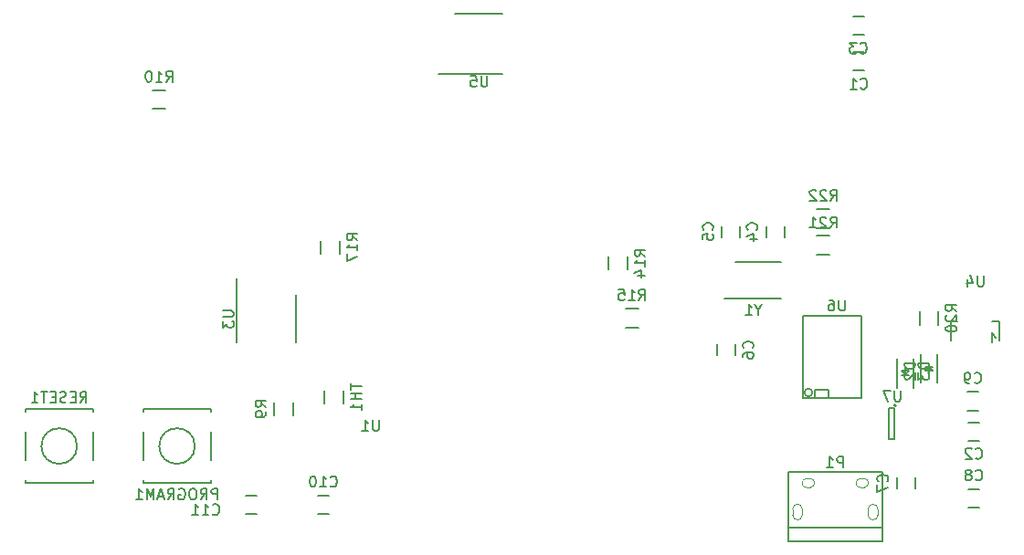
<source format=gbo>
G04 #@! TF.FileFunction,Legend,Bot*
%FSLAX46Y46*%
G04 Gerber Fmt 4.6, Leading zero omitted, Abs format (unit mm)*
G04 Created by KiCad (PCBNEW 4.0.2+e4-6225~38~ubuntu15.10.1-stable) date Thu 13 Oct 2016 11:17:32 SAST*
%MOMM*%
G01*
G04 APERTURE LIST*
%ADD10C,0.100000*%
%ADD11C,0.150000*%
G04 APERTURE END LIST*
D10*
D11*
X139800000Y-115900000D02*
X139800000Y-118600000D01*
X138300000Y-115900000D02*
X138300000Y-118600000D01*
X139200000Y-117400000D02*
X138950000Y-117400000D01*
X138950000Y-117400000D02*
X139100000Y-117250000D01*
X138700000Y-117150000D02*
X139400000Y-117150000D01*
X139050000Y-117500000D02*
X139050000Y-117850000D01*
X139050000Y-117150000D02*
X138700000Y-117500000D01*
X138700000Y-117500000D02*
X139400000Y-117500000D01*
X139400000Y-117500000D02*
X139050000Y-117150000D01*
X133037200Y-89648400D02*
X132037200Y-89648400D01*
X132037200Y-87948400D02*
X133037200Y-87948400D01*
X143700000Y-123950000D02*
X142700000Y-123950000D01*
X142700000Y-122250000D02*
X143700000Y-122250000D01*
X132986400Y-86346400D02*
X131986400Y-86346400D01*
X131986400Y-84646400D02*
X132986400Y-84646400D01*
X134700900Y-133267460D02*
X126000900Y-133267460D01*
X134700900Y-126862460D02*
X126000900Y-126862460D01*
X126000900Y-126862460D02*
X126000900Y-133267460D01*
X126000900Y-132037460D02*
X134700900Y-132037460D01*
X134700900Y-133267460D02*
X134700900Y-126862460D01*
X80123000Y-121605600D02*
X80123000Y-120405600D01*
X78373000Y-120405600D02*
X78373000Y-121605600D01*
X67091000Y-93204000D02*
X68291000Y-93204000D01*
X68291000Y-91454000D02*
X67091000Y-91454000D01*
X109310200Y-106892800D02*
X109310200Y-108092800D01*
X111060200Y-108092800D02*
X111060200Y-106892800D01*
X110906000Y-113447800D02*
X112106000Y-113447800D01*
X112106000Y-111697800D02*
X110906000Y-111697800D01*
X82640200Y-105419600D02*
X82640200Y-106619600D01*
X84390200Y-106619600D02*
X84390200Y-105419600D01*
X82995800Y-119338800D02*
X82995800Y-120538800D01*
X84745800Y-120538800D02*
X84745800Y-119338800D01*
X145199920Y-114400660D02*
X144951000Y-114100940D01*
X144951000Y-114100940D02*
X144849400Y-113951080D01*
X144849400Y-113951080D02*
X144849400Y-114799440D01*
X145550440Y-112899520D02*
X145550440Y-114700380D01*
X145550440Y-112899520D02*
X144900200Y-112899520D01*
X141049560Y-112899520D02*
X141049560Y-114700380D01*
X141049560Y-112899520D02*
X141699800Y-112899520D01*
X80398200Y-110474400D02*
X80398200Y-114874400D01*
X74873200Y-108899400D02*
X74873200Y-114874400D01*
X95132800Y-84397000D02*
X99532800Y-84397000D01*
X93557800Y-89922000D02*
X99532800Y-89922000D01*
X66192000Y-127660000D02*
X66192000Y-127910000D01*
X66192000Y-127910000D02*
X72492000Y-127910000D01*
X72492000Y-127910000D02*
X72492000Y-127660000D01*
X66192000Y-123160000D02*
X66192000Y-125760000D01*
X72492000Y-121260000D02*
X72492000Y-121010000D01*
X72492000Y-121010000D02*
X66192000Y-121010000D01*
X66192000Y-121010000D02*
X66192000Y-121260000D01*
X72492000Y-125760000D02*
X72492000Y-123160000D01*
X70992000Y-124460000D02*
G75*
G03X70992000Y-124460000I-1650000J0D01*
G01*
X61570000Y-121260000D02*
X61570000Y-121010000D01*
X61570000Y-121010000D02*
X55270000Y-121010000D01*
X55270000Y-121010000D02*
X55270000Y-121260000D01*
X61570000Y-125760000D02*
X61570000Y-123160000D01*
X55270000Y-127660000D02*
X55270000Y-127910000D01*
X55270000Y-127910000D02*
X61570000Y-127910000D01*
X61570000Y-127910000D02*
X61570000Y-127660000D01*
X55270000Y-123160000D02*
X55270000Y-125760000D01*
X60070000Y-124460000D02*
G75*
G03X60070000Y-124460000I-1650000J0D01*
G01*
X119850800Y-105071800D02*
X119850800Y-104071800D01*
X121550800Y-104071800D02*
X121550800Y-105071800D01*
X121068200Y-115044600D02*
X121068200Y-116044600D01*
X119368200Y-116044600D02*
X119368200Y-115044600D01*
X136050000Y-128400000D02*
X136050000Y-127400000D01*
X137750000Y-127400000D02*
X137750000Y-128400000D01*
X132816600Y-112395000D02*
X132816600Y-120015000D01*
X127355600Y-120015000D02*
X127355600Y-112395000D01*
X132816600Y-112395000D02*
X127355600Y-112395000D01*
X127355600Y-120015000D02*
X132816600Y-120015000D01*
X128222810Y-119507000D02*
G75*
G03X128222810Y-119507000I-359210J0D01*
G01*
X129768600Y-120015000D02*
X129768600Y-119253000D01*
X129768600Y-119253000D02*
X128498600Y-119253000D01*
X128498600Y-119253000D02*
X128498600Y-120015000D01*
X125358200Y-107367600D02*
X121058200Y-107367600D01*
X120108200Y-110767600D02*
X125358200Y-110767600D01*
X123940200Y-105071800D02*
X123940200Y-104071800D01*
X125640200Y-104071800D02*
X125640200Y-105071800D01*
X142700000Y-128450000D02*
X143700000Y-128450000D01*
X143700000Y-130150000D02*
X142700000Y-130150000D01*
X142600000Y-119450000D02*
X143600000Y-119450000D01*
X143600000Y-121150000D02*
X142600000Y-121150000D01*
X138175000Y-112000000D02*
X138175000Y-113200000D01*
X139925000Y-113200000D02*
X139925000Y-112000000D01*
X128650000Y-106725000D02*
X129850000Y-106725000D01*
X129850000Y-104975000D02*
X128650000Y-104975000D01*
X136000000Y-120700000D02*
G75*
G03X136000000Y-120700000I-100000J0D01*
G01*
X135350000Y-120950000D02*
X135850000Y-120950000D01*
X135350000Y-123850000D02*
X135350000Y-120950000D01*
X135850000Y-123850000D02*
X135350000Y-123850000D01*
X135850000Y-120950000D02*
X135850000Y-123850000D01*
X82400000Y-129050000D02*
X83400000Y-129050000D01*
X83400000Y-130750000D02*
X82400000Y-130750000D01*
X76700000Y-130750000D02*
X75700000Y-130750000D01*
X75700000Y-129050000D02*
X76700000Y-129050000D01*
X136100000Y-119100000D02*
X136100000Y-116400000D01*
X137600000Y-119100000D02*
X137600000Y-116400000D01*
X136700000Y-117600000D02*
X136950000Y-117600000D01*
X136950000Y-117600000D02*
X136800000Y-117750000D01*
X137200000Y-117850000D02*
X136500000Y-117850000D01*
X136850000Y-117500000D02*
X136850000Y-117150000D01*
X136850000Y-117850000D02*
X137200000Y-117500000D01*
X137200000Y-117500000D02*
X136500000Y-117500000D01*
X136500000Y-117500000D02*
X136850000Y-117850000D01*
X128650000Y-104225000D02*
X129850000Y-104225000D01*
X129850000Y-102475000D02*
X128650000Y-102475000D01*
D10*
X132700900Y-128312460D02*
X133000900Y-128312460D01*
X132700900Y-127462460D02*
X133000900Y-127462460D01*
X133000900Y-128312460D02*
G75*
G03X133000900Y-127462460I0J425000D01*
G01*
X132700900Y-127462460D02*
G75*
G03X132700900Y-128312460I0J-425000D01*
G01*
X127700900Y-128312460D02*
X128000900Y-128312460D01*
X127700900Y-127462460D02*
X128000900Y-127462460D01*
X128000900Y-128312460D02*
G75*
G03X128000900Y-127462460I0J425000D01*
G01*
X127700900Y-127462460D02*
G75*
G03X127700900Y-128312460I0J-425000D01*
G01*
X134300900Y-130862460D02*
X134300900Y-130312460D01*
X133400900Y-130862460D02*
X133400900Y-130312460D01*
X134300900Y-130312460D02*
G75*
G03X133400900Y-130312460I-450000J0D01*
G01*
X133400900Y-130862460D02*
G75*
G03X134300900Y-130862460I450000J0D01*
G01*
X127300900Y-130862460D02*
X127300900Y-130312460D01*
X126400900Y-130862460D02*
X126400900Y-130312460D01*
X127300900Y-130312460D02*
G75*
G03X126400900Y-130312460I-450000J0D01*
G01*
X126400900Y-130862460D02*
G75*
G03X127300900Y-130862460I450000J0D01*
G01*
D11*
X137752381Y-116761905D02*
X136752381Y-116761905D01*
X136752381Y-117000000D01*
X136800000Y-117142858D01*
X136895238Y-117238096D01*
X136990476Y-117285715D01*
X137180952Y-117333334D01*
X137323810Y-117333334D01*
X137514286Y-117285715D01*
X137609524Y-117238096D01*
X137704762Y-117142858D01*
X137752381Y-117000000D01*
X137752381Y-116761905D01*
X136847619Y-117714286D02*
X136800000Y-117761905D01*
X136752381Y-117857143D01*
X136752381Y-118095239D01*
X136800000Y-118190477D01*
X136847619Y-118238096D01*
X136942857Y-118285715D01*
X137038095Y-118285715D01*
X137180952Y-118238096D01*
X137752381Y-117666667D01*
X137752381Y-118285715D01*
X132703866Y-91255543D02*
X132751485Y-91303162D01*
X132894342Y-91350781D01*
X132989580Y-91350781D01*
X133132438Y-91303162D01*
X133227676Y-91207924D01*
X133275295Y-91112686D01*
X133322914Y-90922210D01*
X133322914Y-90779352D01*
X133275295Y-90588876D01*
X133227676Y-90493638D01*
X133132438Y-90398400D01*
X132989580Y-90350781D01*
X132894342Y-90350781D01*
X132751485Y-90398400D01*
X132703866Y-90446019D01*
X131751485Y-91350781D02*
X132322914Y-91350781D01*
X132037200Y-91350781D02*
X132037200Y-90350781D01*
X132132438Y-90493638D01*
X132227676Y-90588876D01*
X132322914Y-90636495D01*
X143366666Y-125557143D02*
X143414285Y-125604762D01*
X143557142Y-125652381D01*
X143652380Y-125652381D01*
X143795238Y-125604762D01*
X143890476Y-125509524D01*
X143938095Y-125414286D01*
X143985714Y-125223810D01*
X143985714Y-125080952D01*
X143938095Y-124890476D01*
X143890476Y-124795238D01*
X143795238Y-124700000D01*
X143652380Y-124652381D01*
X143557142Y-124652381D01*
X143414285Y-124700000D01*
X143366666Y-124747619D01*
X142985714Y-124747619D02*
X142938095Y-124700000D01*
X142842857Y-124652381D01*
X142604761Y-124652381D01*
X142509523Y-124700000D01*
X142461904Y-124747619D01*
X142414285Y-124842857D01*
X142414285Y-124938095D01*
X142461904Y-125080952D01*
X143033333Y-125652381D01*
X142414285Y-125652381D01*
X132653066Y-87953543D02*
X132700685Y-88001162D01*
X132843542Y-88048781D01*
X132938780Y-88048781D01*
X133081638Y-88001162D01*
X133176876Y-87905924D01*
X133224495Y-87810686D01*
X133272114Y-87620210D01*
X133272114Y-87477352D01*
X133224495Y-87286876D01*
X133176876Y-87191638D01*
X133081638Y-87096400D01*
X132938780Y-87048781D01*
X132843542Y-87048781D01*
X132700685Y-87096400D01*
X132653066Y-87144019D01*
X132319733Y-87048781D02*
X131700685Y-87048781D01*
X132034019Y-87429733D01*
X131891161Y-87429733D01*
X131795923Y-87477352D01*
X131748304Y-87524971D01*
X131700685Y-87620210D01*
X131700685Y-87858305D01*
X131748304Y-87953543D01*
X131795923Y-88001162D01*
X131891161Y-88048781D01*
X132176876Y-88048781D01*
X132272114Y-88001162D01*
X132319733Y-87953543D01*
X131088095Y-126452381D02*
X131088095Y-125452381D01*
X130707142Y-125452381D01*
X130611904Y-125500000D01*
X130564285Y-125547619D01*
X130516666Y-125642857D01*
X130516666Y-125785714D01*
X130564285Y-125880952D01*
X130611904Y-125928571D01*
X130707142Y-125976190D01*
X131088095Y-125976190D01*
X129564285Y-126452381D02*
X130135714Y-126452381D01*
X129850000Y-126452381D02*
X129850000Y-125452381D01*
X129945238Y-125595238D01*
X130040476Y-125690476D01*
X130135714Y-125738095D01*
X77600381Y-120838934D02*
X77124190Y-120505600D01*
X77600381Y-120267505D02*
X76600381Y-120267505D01*
X76600381Y-120648458D01*
X76648000Y-120743696D01*
X76695619Y-120791315D01*
X76790857Y-120838934D01*
X76933714Y-120838934D01*
X77028952Y-120791315D01*
X77076571Y-120743696D01*
X77124190Y-120648458D01*
X77124190Y-120267505D01*
X77600381Y-121315124D02*
X77600381Y-121505600D01*
X77552762Y-121600839D01*
X77505143Y-121648458D01*
X77362286Y-121743696D01*
X77171810Y-121791315D01*
X76790857Y-121791315D01*
X76695619Y-121743696D01*
X76648000Y-121696077D01*
X76600381Y-121600839D01*
X76600381Y-121410362D01*
X76648000Y-121315124D01*
X76695619Y-121267505D01*
X76790857Y-121219886D01*
X77028952Y-121219886D01*
X77124190Y-121267505D01*
X77171810Y-121315124D01*
X77219429Y-121410362D01*
X77219429Y-121600839D01*
X77171810Y-121696077D01*
X77124190Y-121743696D01*
X77028952Y-121791315D01*
X68333857Y-90681381D02*
X68667191Y-90205190D01*
X68905286Y-90681381D02*
X68905286Y-89681381D01*
X68524333Y-89681381D01*
X68429095Y-89729000D01*
X68381476Y-89776619D01*
X68333857Y-89871857D01*
X68333857Y-90014714D01*
X68381476Y-90109952D01*
X68429095Y-90157571D01*
X68524333Y-90205190D01*
X68905286Y-90205190D01*
X67381476Y-90681381D02*
X67952905Y-90681381D01*
X67667191Y-90681381D02*
X67667191Y-89681381D01*
X67762429Y-89824238D01*
X67857667Y-89919476D01*
X67952905Y-89967095D01*
X66762429Y-89681381D02*
X66667190Y-89681381D01*
X66571952Y-89729000D01*
X66524333Y-89776619D01*
X66476714Y-89871857D01*
X66429095Y-90062333D01*
X66429095Y-90300429D01*
X66476714Y-90490905D01*
X66524333Y-90586143D01*
X66571952Y-90633762D01*
X66667190Y-90681381D01*
X66762429Y-90681381D01*
X66857667Y-90633762D01*
X66905286Y-90586143D01*
X66952905Y-90490905D01*
X67000524Y-90300429D01*
X67000524Y-90062333D01*
X66952905Y-89871857D01*
X66905286Y-89776619D01*
X66857667Y-89729000D01*
X66762429Y-89681381D01*
X112737581Y-106849943D02*
X112261390Y-106516609D01*
X112737581Y-106278514D02*
X111737581Y-106278514D01*
X111737581Y-106659467D01*
X111785200Y-106754705D01*
X111832819Y-106802324D01*
X111928057Y-106849943D01*
X112070914Y-106849943D01*
X112166152Y-106802324D01*
X112213771Y-106754705D01*
X112261390Y-106659467D01*
X112261390Y-106278514D01*
X112737581Y-107802324D02*
X112737581Y-107230895D01*
X112737581Y-107516609D02*
X111737581Y-107516609D01*
X111880438Y-107421371D01*
X111975676Y-107326133D01*
X112023295Y-107230895D01*
X112070914Y-108659467D02*
X112737581Y-108659467D01*
X111689962Y-108421371D02*
X112404248Y-108183276D01*
X112404248Y-108802324D01*
X112148857Y-110925181D02*
X112482191Y-110448990D01*
X112720286Y-110925181D02*
X112720286Y-109925181D01*
X112339333Y-109925181D01*
X112244095Y-109972800D01*
X112196476Y-110020419D01*
X112148857Y-110115657D01*
X112148857Y-110258514D01*
X112196476Y-110353752D01*
X112244095Y-110401371D01*
X112339333Y-110448990D01*
X112720286Y-110448990D01*
X111196476Y-110925181D02*
X111767905Y-110925181D01*
X111482191Y-110925181D02*
X111482191Y-109925181D01*
X111577429Y-110068038D01*
X111672667Y-110163276D01*
X111767905Y-110210895D01*
X110291714Y-109925181D02*
X110767905Y-109925181D01*
X110815524Y-110401371D01*
X110767905Y-110353752D01*
X110672667Y-110306133D01*
X110434571Y-110306133D01*
X110339333Y-110353752D01*
X110291714Y-110401371D01*
X110244095Y-110496610D01*
X110244095Y-110734705D01*
X110291714Y-110829943D01*
X110339333Y-110877562D01*
X110434571Y-110925181D01*
X110672667Y-110925181D01*
X110767905Y-110877562D01*
X110815524Y-110829943D01*
X86067581Y-105376743D02*
X85591390Y-105043409D01*
X86067581Y-104805314D02*
X85067581Y-104805314D01*
X85067581Y-105186267D01*
X85115200Y-105281505D01*
X85162819Y-105329124D01*
X85258057Y-105376743D01*
X85400914Y-105376743D01*
X85496152Y-105329124D01*
X85543771Y-105281505D01*
X85591390Y-105186267D01*
X85591390Y-104805314D01*
X86067581Y-106329124D02*
X86067581Y-105757695D01*
X86067581Y-106043409D02*
X85067581Y-106043409D01*
X85210438Y-105948171D01*
X85305676Y-105852933D01*
X85353295Y-105757695D01*
X85067581Y-106662457D02*
X85067581Y-107329124D01*
X86067581Y-106900552D01*
X85423181Y-118653086D02*
X85423181Y-119224515D01*
X86423181Y-118938800D02*
X85423181Y-118938800D01*
X86423181Y-119557848D02*
X85423181Y-119557848D01*
X85899371Y-119557848D02*
X85899371Y-120129277D01*
X86423181Y-120129277D02*
X85423181Y-120129277D01*
X86423181Y-121129277D02*
X86423181Y-120557848D01*
X86423181Y-120843562D02*
X85423181Y-120843562D01*
X85566038Y-120748324D01*
X85661276Y-120653086D01*
X85708895Y-120557848D01*
X88068305Y-122051581D02*
X88068305Y-122861105D01*
X88020686Y-122956343D01*
X87973067Y-123003962D01*
X87877829Y-123051581D01*
X87687352Y-123051581D01*
X87592114Y-123003962D01*
X87544495Y-122956343D01*
X87496876Y-122861105D01*
X87496876Y-122051581D01*
X86496876Y-123051581D02*
X87068305Y-123051581D01*
X86782591Y-123051581D02*
X86782591Y-122051581D01*
X86877829Y-122194438D01*
X86973067Y-122289676D01*
X87068305Y-122337295D01*
X144112705Y-108651121D02*
X144112705Y-109460645D01*
X144065086Y-109555883D01*
X144017467Y-109603502D01*
X143922229Y-109651121D01*
X143731752Y-109651121D01*
X143636514Y-109603502D01*
X143588895Y-109555883D01*
X143541276Y-109460645D01*
X143541276Y-108651121D01*
X142636514Y-108984454D02*
X142636514Y-109651121D01*
X142874610Y-108603502D02*
X143112705Y-109317788D01*
X142493657Y-109317788D01*
X73575581Y-111912495D02*
X74385105Y-111912495D01*
X74480343Y-111960114D01*
X74527962Y-112007733D01*
X74575581Y-112102971D01*
X74575581Y-112293448D01*
X74527962Y-112388686D01*
X74480343Y-112436305D01*
X74385105Y-112483924D01*
X73575581Y-112483924D01*
X73575581Y-112864876D02*
X73575581Y-113483924D01*
X73956533Y-113150590D01*
X73956533Y-113293448D01*
X74004152Y-113388686D01*
X74051771Y-113436305D01*
X74147010Y-113483924D01*
X74385105Y-113483924D01*
X74480343Y-113436305D01*
X74527962Y-113388686D01*
X74575581Y-113293448D01*
X74575581Y-113007733D01*
X74527962Y-112912495D01*
X74480343Y-112864876D01*
X98094705Y-90124381D02*
X98094705Y-90933905D01*
X98047086Y-91029143D01*
X97999467Y-91076762D01*
X97904229Y-91124381D01*
X97713752Y-91124381D01*
X97618514Y-91076762D01*
X97570895Y-91029143D01*
X97523276Y-90933905D01*
X97523276Y-90124381D01*
X96570895Y-90124381D02*
X97047086Y-90124381D01*
X97094705Y-90600571D01*
X97047086Y-90552952D01*
X96951848Y-90505333D01*
X96713752Y-90505333D01*
X96618514Y-90552952D01*
X96570895Y-90600571D01*
X96523276Y-90695810D01*
X96523276Y-90933905D01*
X96570895Y-91029143D01*
X96618514Y-91076762D01*
X96713752Y-91124381D01*
X96951848Y-91124381D01*
X97047086Y-91076762D01*
X97094705Y-91029143D01*
X73103905Y-129412381D02*
X73103905Y-128412381D01*
X72722952Y-128412381D01*
X72627714Y-128460000D01*
X72580095Y-128507619D01*
X72532476Y-128602857D01*
X72532476Y-128745714D01*
X72580095Y-128840952D01*
X72627714Y-128888571D01*
X72722952Y-128936190D01*
X73103905Y-128936190D01*
X71532476Y-129412381D02*
X71865810Y-128936190D01*
X72103905Y-129412381D02*
X72103905Y-128412381D01*
X71722952Y-128412381D01*
X71627714Y-128460000D01*
X71580095Y-128507619D01*
X71532476Y-128602857D01*
X71532476Y-128745714D01*
X71580095Y-128840952D01*
X71627714Y-128888571D01*
X71722952Y-128936190D01*
X72103905Y-128936190D01*
X70913429Y-128412381D02*
X70722952Y-128412381D01*
X70627714Y-128460000D01*
X70532476Y-128555238D01*
X70484857Y-128745714D01*
X70484857Y-129079048D01*
X70532476Y-129269524D01*
X70627714Y-129364762D01*
X70722952Y-129412381D01*
X70913429Y-129412381D01*
X71008667Y-129364762D01*
X71103905Y-129269524D01*
X71151524Y-129079048D01*
X71151524Y-128745714D01*
X71103905Y-128555238D01*
X71008667Y-128460000D01*
X70913429Y-128412381D01*
X69532476Y-128460000D02*
X69627714Y-128412381D01*
X69770571Y-128412381D01*
X69913429Y-128460000D01*
X70008667Y-128555238D01*
X70056286Y-128650476D01*
X70103905Y-128840952D01*
X70103905Y-128983810D01*
X70056286Y-129174286D01*
X70008667Y-129269524D01*
X69913429Y-129364762D01*
X69770571Y-129412381D01*
X69675333Y-129412381D01*
X69532476Y-129364762D01*
X69484857Y-129317143D01*
X69484857Y-128983810D01*
X69675333Y-128983810D01*
X68484857Y-129412381D02*
X68818191Y-128936190D01*
X69056286Y-129412381D02*
X69056286Y-128412381D01*
X68675333Y-128412381D01*
X68580095Y-128460000D01*
X68532476Y-128507619D01*
X68484857Y-128602857D01*
X68484857Y-128745714D01*
X68532476Y-128840952D01*
X68580095Y-128888571D01*
X68675333Y-128936190D01*
X69056286Y-128936190D01*
X68103905Y-129126667D02*
X67627714Y-129126667D01*
X68199143Y-129412381D02*
X67865810Y-128412381D01*
X67532476Y-129412381D01*
X67199143Y-129412381D02*
X67199143Y-128412381D01*
X66865809Y-129126667D01*
X66532476Y-128412381D01*
X66532476Y-129412381D01*
X65532476Y-129412381D02*
X66103905Y-129412381D01*
X65818191Y-129412381D02*
X65818191Y-128412381D01*
X65913429Y-128555238D01*
X66008667Y-128650476D01*
X66103905Y-128698095D01*
X60348571Y-120412381D02*
X60681905Y-119936190D01*
X60920000Y-120412381D02*
X60920000Y-119412381D01*
X60539047Y-119412381D01*
X60443809Y-119460000D01*
X60396190Y-119507619D01*
X60348571Y-119602857D01*
X60348571Y-119745714D01*
X60396190Y-119840952D01*
X60443809Y-119888571D01*
X60539047Y-119936190D01*
X60920000Y-119936190D01*
X59920000Y-119888571D02*
X59586666Y-119888571D01*
X59443809Y-120412381D02*
X59920000Y-120412381D01*
X59920000Y-119412381D01*
X59443809Y-119412381D01*
X59062857Y-120364762D02*
X58920000Y-120412381D01*
X58681904Y-120412381D01*
X58586666Y-120364762D01*
X58539047Y-120317143D01*
X58491428Y-120221905D01*
X58491428Y-120126667D01*
X58539047Y-120031429D01*
X58586666Y-119983810D01*
X58681904Y-119936190D01*
X58872381Y-119888571D01*
X58967619Y-119840952D01*
X59015238Y-119793333D01*
X59062857Y-119698095D01*
X59062857Y-119602857D01*
X59015238Y-119507619D01*
X58967619Y-119460000D01*
X58872381Y-119412381D01*
X58634285Y-119412381D01*
X58491428Y-119460000D01*
X58062857Y-119888571D02*
X57729523Y-119888571D01*
X57586666Y-120412381D02*
X58062857Y-120412381D01*
X58062857Y-119412381D01*
X57586666Y-119412381D01*
X57300952Y-119412381D02*
X56729523Y-119412381D01*
X57015238Y-120412381D02*
X57015238Y-119412381D01*
X55872380Y-120412381D02*
X56443809Y-120412381D01*
X56158095Y-120412381D02*
X56158095Y-119412381D01*
X56253333Y-119555238D01*
X56348571Y-119650476D01*
X56443809Y-119698095D01*
X118957943Y-104405134D02*
X119005562Y-104357515D01*
X119053181Y-104214658D01*
X119053181Y-104119420D01*
X119005562Y-103976562D01*
X118910324Y-103881324D01*
X118815086Y-103833705D01*
X118624610Y-103786086D01*
X118481752Y-103786086D01*
X118291276Y-103833705D01*
X118196038Y-103881324D01*
X118100800Y-103976562D01*
X118053181Y-104119420D01*
X118053181Y-104214658D01*
X118100800Y-104357515D01*
X118148419Y-104405134D01*
X118053181Y-105309896D02*
X118053181Y-104833705D01*
X118529371Y-104786086D01*
X118481752Y-104833705D01*
X118434133Y-104928943D01*
X118434133Y-105167039D01*
X118481752Y-105262277D01*
X118529371Y-105309896D01*
X118624610Y-105357515D01*
X118862705Y-105357515D01*
X118957943Y-105309896D01*
X119005562Y-105262277D01*
X119053181Y-105167039D01*
X119053181Y-104928943D01*
X119005562Y-104833705D01*
X118957943Y-104786086D01*
X122675343Y-115377934D02*
X122722962Y-115330315D01*
X122770581Y-115187458D01*
X122770581Y-115092220D01*
X122722962Y-114949362D01*
X122627724Y-114854124D01*
X122532486Y-114806505D01*
X122342010Y-114758886D01*
X122199152Y-114758886D01*
X122008676Y-114806505D01*
X121913438Y-114854124D01*
X121818200Y-114949362D01*
X121770581Y-115092220D01*
X121770581Y-115187458D01*
X121818200Y-115330315D01*
X121865819Y-115377934D01*
X121770581Y-116235077D02*
X121770581Y-116044600D01*
X121818200Y-115949362D01*
X121865819Y-115901743D01*
X122008676Y-115806505D01*
X122199152Y-115758886D01*
X122580105Y-115758886D01*
X122675343Y-115806505D01*
X122722962Y-115854124D01*
X122770581Y-115949362D01*
X122770581Y-116139839D01*
X122722962Y-116235077D01*
X122675343Y-116282696D01*
X122580105Y-116330315D01*
X122342010Y-116330315D01*
X122246771Y-116282696D01*
X122199152Y-116235077D01*
X122151533Y-116139839D01*
X122151533Y-115949362D01*
X122199152Y-115854124D01*
X122246771Y-115806505D01*
X122342010Y-115758886D01*
X135157143Y-127733334D02*
X135204762Y-127685715D01*
X135252381Y-127542858D01*
X135252381Y-127447620D01*
X135204762Y-127304762D01*
X135109524Y-127209524D01*
X135014286Y-127161905D01*
X134823810Y-127114286D01*
X134680952Y-127114286D01*
X134490476Y-127161905D01*
X134395238Y-127209524D01*
X134300000Y-127304762D01*
X134252381Y-127447620D01*
X134252381Y-127542858D01*
X134300000Y-127685715D01*
X134347619Y-127733334D01*
X134252381Y-128066667D02*
X134252381Y-128733334D01*
X135252381Y-128304762D01*
X131267105Y-110907581D02*
X131267105Y-111717105D01*
X131219486Y-111812343D01*
X131171867Y-111859962D01*
X131076629Y-111907581D01*
X130886152Y-111907581D01*
X130790914Y-111859962D01*
X130743295Y-111812343D01*
X130695676Y-111717105D01*
X130695676Y-110907581D01*
X129790914Y-110907581D02*
X129981391Y-110907581D01*
X130076629Y-110955200D01*
X130124248Y-111002819D01*
X130219486Y-111145676D01*
X130267105Y-111336152D01*
X130267105Y-111717105D01*
X130219486Y-111812343D01*
X130171867Y-111859962D01*
X130076629Y-111907581D01*
X129886152Y-111907581D01*
X129790914Y-111859962D01*
X129743295Y-111812343D01*
X129695676Y-111717105D01*
X129695676Y-111479010D01*
X129743295Y-111383771D01*
X129790914Y-111336152D01*
X129886152Y-111288533D01*
X130076629Y-111288533D01*
X130171867Y-111336152D01*
X130219486Y-111383771D01*
X130267105Y-111479010D01*
X123234391Y-111843790D02*
X123234391Y-112319981D01*
X123567724Y-111319981D02*
X123234391Y-111843790D01*
X122901057Y-111319981D01*
X122043914Y-112319981D02*
X122615343Y-112319981D01*
X122329629Y-112319981D02*
X122329629Y-111319981D01*
X122424867Y-111462838D01*
X122520105Y-111558076D01*
X122615343Y-111605695D01*
X123047343Y-104405134D02*
X123094962Y-104357515D01*
X123142581Y-104214658D01*
X123142581Y-104119420D01*
X123094962Y-103976562D01*
X122999724Y-103881324D01*
X122904486Y-103833705D01*
X122714010Y-103786086D01*
X122571152Y-103786086D01*
X122380676Y-103833705D01*
X122285438Y-103881324D01*
X122190200Y-103976562D01*
X122142581Y-104119420D01*
X122142581Y-104214658D01*
X122190200Y-104357515D01*
X122237819Y-104405134D01*
X122475914Y-105262277D02*
X123142581Y-105262277D01*
X122094962Y-105024181D02*
X122809248Y-104786086D01*
X122809248Y-105405134D01*
X143366666Y-127557143D02*
X143414285Y-127604762D01*
X143557142Y-127652381D01*
X143652380Y-127652381D01*
X143795238Y-127604762D01*
X143890476Y-127509524D01*
X143938095Y-127414286D01*
X143985714Y-127223810D01*
X143985714Y-127080952D01*
X143938095Y-126890476D01*
X143890476Y-126795238D01*
X143795238Y-126700000D01*
X143652380Y-126652381D01*
X143557142Y-126652381D01*
X143414285Y-126700000D01*
X143366666Y-126747619D01*
X142795238Y-127080952D02*
X142890476Y-127033333D01*
X142938095Y-126985714D01*
X142985714Y-126890476D01*
X142985714Y-126842857D01*
X142938095Y-126747619D01*
X142890476Y-126700000D01*
X142795238Y-126652381D01*
X142604761Y-126652381D01*
X142509523Y-126700000D01*
X142461904Y-126747619D01*
X142414285Y-126842857D01*
X142414285Y-126890476D01*
X142461904Y-126985714D01*
X142509523Y-127033333D01*
X142604761Y-127080952D01*
X142795238Y-127080952D01*
X142890476Y-127128571D01*
X142938095Y-127176190D01*
X142985714Y-127271429D01*
X142985714Y-127461905D01*
X142938095Y-127557143D01*
X142890476Y-127604762D01*
X142795238Y-127652381D01*
X142604761Y-127652381D01*
X142509523Y-127604762D01*
X142461904Y-127557143D01*
X142414285Y-127461905D01*
X142414285Y-127271429D01*
X142461904Y-127176190D01*
X142509523Y-127128571D01*
X142604761Y-127080952D01*
X143266666Y-118557143D02*
X143314285Y-118604762D01*
X143457142Y-118652381D01*
X143552380Y-118652381D01*
X143695238Y-118604762D01*
X143790476Y-118509524D01*
X143838095Y-118414286D01*
X143885714Y-118223810D01*
X143885714Y-118080952D01*
X143838095Y-117890476D01*
X143790476Y-117795238D01*
X143695238Y-117700000D01*
X143552380Y-117652381D01*
X143457142Y-117652381D01*
X143314285Y-117700000D01*
X143266666Y-117747619D01*
X142790476Y-118652381D02*
X142600000Y-118652381D01*
X142504761Y-118604762D01*
X142457142Y-118557143D01*
X142361904Y-118414286D01*
X142314285Y-118223810D01*
X142314285Y-117842857D01*
X142361904Y-117747619D01*
X142409523Y-117700000D01*
X142504761Y-117652381D01*
X142695238Y-117652381D01*
X142790476Y-117700000D01*
X142838095Y-117747619D01*
X142885714Y-117842857D01*
X142885714Y-118080952D01*
X142838095Y-118176190D01*
X142790476Y-118223810D01*
X142695238Y-118271429D01*
X142504761Y-118271429D01*
X142409523Y-118223810D01*
X142361904Y-118176190D01*
X142314285Y-118080952D01*
X141602381Y-111957143D02*
X141126190Y-111623809D01*
X141602381Y-111385714D02*
X140602381Y-111385714D01*
X140602381Y-111766667D01*
X140650000Y-111861905D01*
X140697619Y-111909524D01*
X140792857Y-111957143D01*
X140935714Y-111957143D01*
X141030952Y-111909524D01*
X141078571Y-111861905D01*
X141126190Y-111766667D01*
X141126190Y-111385714D01*
X140697619Y-112338095D02*
X140650000Y-112385714D01*
X140602381Y-112480952D01*
X140602381Y-112719048D01*
X140650000Y-112814286D01*
X140697619Y-112861905D01*
X140792857Y-112909524D01*
X140888095Y-112909524D01*
X141030952Y-112861905D01*
X141602381Y-112290476D01*
X141602381Y-112909524D01*
X140602381Y-113528571D02*
X140602381Y-113623810D01*
X140650000Y-113719048D01*
X140697619Y-113766667D01*
X140792857Y-113814286D01*
X140983333Y-113861905D01*
X141221429Y-113861905D01*
X141411905Y-113814286D01*
X141507143Y-113766667D01*
X141554762Y-113719048D01*
X141602381Y-113623810D01*
X141602381Y-113528571D01*
X141554762Y-113433333D01*
X141507143Y-113385714D01*
X141411905Y-113338095D01*
X141221429Y-113290476D01*
X140983333Y-113290476D01*
X140792857Y-113338095D01*
X140697619Y-113385714D01*
X140650000Y-113433333D01*
X140602381Y-113528571D01*
X129892857Y-104202381D02*
X130226191Y-103726190D01*
X130464286Y-104202381D02*
X130464286Y-103202381D01*
X130083333Y-103202381D01*
X129988095Y-103250000D01*
X129940476Y-103297619D01*
X129892857Y-103392857D01*
X129892857Y-103535714D01*
X129940476Y-103630952D01*
X129988095Y-103678571D01*
X130083333Y-103726190D01*
X130464286Y-103726190D01*
X129511905Y-103297619D02*
X129464286Y-103250000D01*
X129369048Y-103202381D01*
X129130952Y-103202381D01*
X129035714Y-103250000D01*
X128988095Y-103297619D01*
X128940476Y-103392857D01*
X128940476Y-103488095D01*
X128988095Y-103630952D01*
X129559524Y-104202381D01*
X128940476Y-104202381D01*
X127988095Y-104202381D02*
X128559524Y-104202381D01*
X128273810Y-104202381D02*
X128273810Y-103202381D01*
X128369048Y-103345238D01*
X128464286Y-103440476D01*
X128559524Y-103488095D01*
X136411905Y-119302381D02*
X136411905Y-120111905D01*
X136364286Y-120207143D01*
X136316667Y-120254762D01*
X136221429Y-120302381D01*
X136030952Y-120302381D01*
X135935714Y-120254762D01*
X135888095Y-120207143D01*
X135840476Y-120111905D01*
X135840476Y-119302381D01*
X135459524Y-119302381D02*
X134792857Y-119302381D01*
X135221429Y-120302381D01*
X83542857Y-128157143D02*
X83590476Y-128204762D01*
X83733333Y-128252381D01*
X83828571Y-128252381D01*
X83971429Y-128204762D01*
X84066667Y-128109524D01*
X84114286Y-128014286D01*
X84161905Y-127823810D01*
X84161905Y-127680952D01*
X84114286Y-127490476D01*
X84066667Y-127395238D01*
X83971429Y-127300000D01*
X83828571Y-127252381D01*
X83733333Y-127252381D01*
X83590476Y-127300000D01*
X83542857Y-127347619D01*
X82590476Y-128252381D02*
X83161905Y-128252381D01*
X82876191Y-128252381D02*
X82876191Y-127252381D01*
X82971429Y-127395238D01*
X83066667Y-127490476D01*
X83161905Y-127538095D01*
X81971429Y-127252381D02*
X81876190Y-127252381D01*
X81780952Y-127300000D01*
X81733333Y-127347619D01*
X81685714Y-127442857D01*
X81638095Y-127633333D01*
X81638095Y-127871429D01*
X81685714Y-128061905D01*
X81733333Y-128157143D01*
X81780952Y-128204762D01*
X81876190Y-128252381D01*
X81971429Y-128252381D01*
X82066667Y-128204762D01*
X82114286Y-128157143D01*
X82161905Y-128061905D01*
X82209524Y-127871429D01*
X82209524Y-127633333D01*
X82161905Y-127442857D01*
X82114286Y-127347619D01*
X82066667Y-127300000D01*
X81971429Y-127252381D01*
X72642857Y-130757143D02*
X72690476Y-130804762D01*
X72833333Y-130852381D01*
X72928571Y-130852381D01*
X73071429Y-130804762D01*
X73166667Y-130709524D01*
X73214286Y-130614286D01*
X73261905Y-130423810D01*
X73261905Y-130280952D01*
X73214286Y-130090476D01*
X73166667Y-129995238D01*
X73071429Y-129900000D01*
X72928571Y-129852381D01*
X72833333Y-129852381D01*
X72690476Y-129900000D01*
X72642857Y-129947619D01*
X71690476Y-130852381D02*
X72261905Y-130852381D01*
X71976191Y-130852381D02*
X71976191Y-129852381D01*
X72071429Y-129995238D01*
X72166667Y-130090476D01*
X72261905Y-130138095D01*
X70738095Y-130852381D02*
X71309524Y-130852381D01*
X71023810Y-130852381D02*
X71023810Y-129852381D01*
X71119048Y-129995238D01*
X71214286Y-130090476D01*
X71309524Y-130138095D01*
X139052381Y-116761905D02*
X138052381Y-116761905D01*
X138052381Y-117000000D01*
X138100000Y-117142858D01*
X138195238Y-117238096D01*
X138290476Y-117285715D01*
X138480952Y-117333334D01*
X138623810Y-117333334D01*
X138814286Y-117285715D01*
X138909524Y-117238096D01*
X139004762Y-117142858D01*
X139052381Y-117000000D01*
X139052381Y-116761905D01*
X138052381Y-117666667D02*
X138052381Y-118285715D01*
X138433333Y-117952381D01*
X138433333Y-118095239D01*
X138480952Y-118190477D01*
X138528571Y-118238096D01*
X138623810Y-118285715D01*
X138861905Y-118285715D01*
X138957143Y-118238096D01*
X139004762Y-118190477D01*
X139052381Y-118095239D01*
X139052381Y-117809524D01*
X139004762Y-117714286D01*
X138957143Y-117666667D01*
X129892857Y-101702381D02*
X130226191Y-101226190D01*
X130464286Y-101702381D02*
X130464286Y-100702381D01*
X130083333Y-100702381D01*
X129988095Y-100750000D01*
X129940476Y-100797619D01*
X129892857Y-100892857D01*
X129892857Y-101035714D01*
X129940476Y-101130952D01*
X129988095Y-101178571D01*
X130083333Y-101226190D01*
X130464286Y-101226190D01*
X129511905Y-100797619D02*
X129464286Y-100750000D01*
X129369048Y-100702381D01*
X129130952Y-100702381D01*
X129035714Y-100750000D01*
X128988095Y-100797619D01*
X128940476Y-100892857D01*
X128940476Y-100988095D01*
X128988095Y-101130952D01*
X129559524Y-101702381D01*
X128940476Y-101702381D01*
X128559524Y-100797619D02*
X128511905Y-100750000D01*
X128416667Y-100702381D01*
X128178571Y-100702381D01*
X128083333Y-100750000D01*
X128035714Y-100797619D01*
X127988095Y-100892857D01*
X127988095Y-100988095D01*
X128035714Y-101130952D01*
X128607143Y-101702381D01*
X127988095Y-101702381D01*
M02*

</source>
